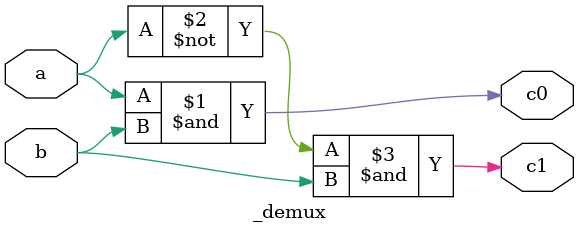
<source format=v>
module _demux(a,b,c0,c1);
input a,b;
output c0,c1;
assign c0=a&b;
assign c1=(~a)&b;
initial 
begin 
$display("1X2 Demultiplexer");
end
endmodule
</source>
